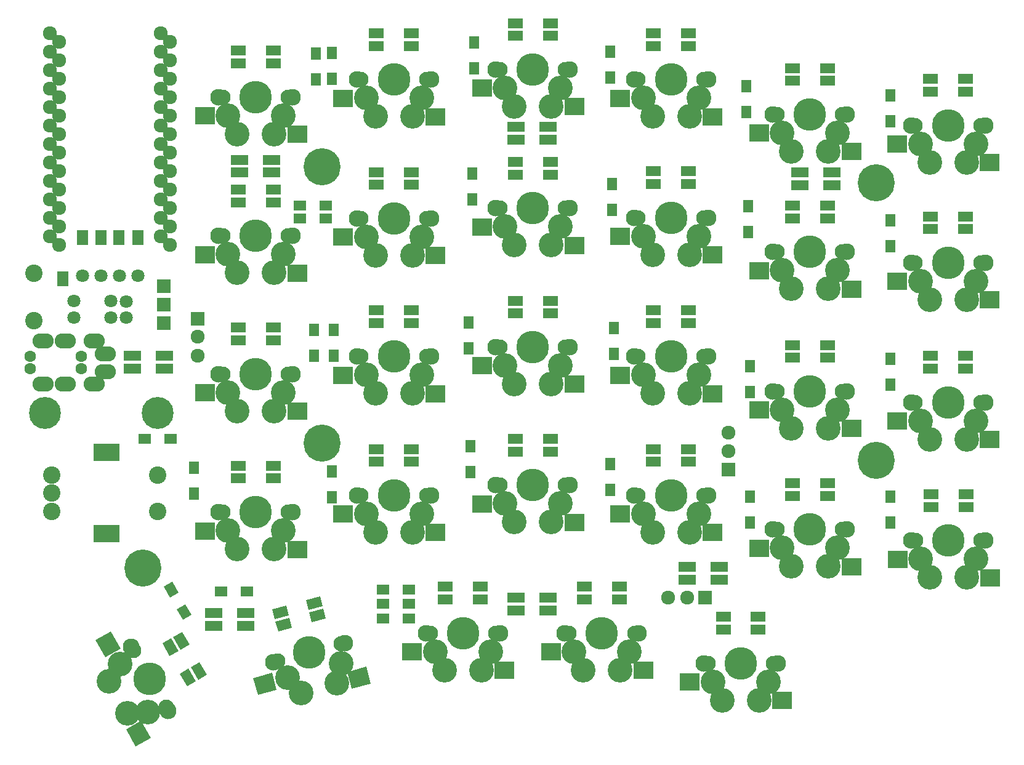
<source format=gts>
G04 #@! TF.GenerationSoftware,KiCad,Pcbnew,(5.1.6)-1*
G04 #@! TF.CreationDate,2020-10-02T00:10:23+10:00*
G04 #@! TF.ProjectId,SofleKeyboard,536f666c-654b-4657-9962-6f6172642e6b,rev?*
G04 #@! TF.SameCoordinates,Original*
G04 #@! TF.FileFunction,Soldermask,Top*
G04 #@! TF.FilePolarity,Negative*
%FSLAX46Y46*%
G04 Gerber Fmt 4.6, Leading zero omitted, Abs format (unit mm)*
G04 Created by KiCad (PCBNEW (5.1.6)-1) date 2020-10-02 00:10:23*
%MOMM*%
%LPD*%
G01*
G04 APERTURE LIST*
%ADD10R,2.400000X1.400000*%
%ADD11C,2.300000*%
%ADD12C,3.400000*%
%ADD13C,2.100000*%
%ADD14R,2.700000X2.400000*%
%ADD15C,4.500000*%
%ADD16R,2.000000X1.400000*%
%ADD17R,1.700000X1.350000*%
%ADD18C,0.100000*%
%ADD19R,1.350000X1.700000*%
%ADD20C,1.924000*%
%ADD21R,1.924000X1.924000*%
%ADD22C,4.400000*%
%ADD23C,1.797000*%
%ADD24R,1.543000X1.035000*%
%ADD25C,2.400000*%
%ADD26C,5.100000*%
%ADD27R,3.600000X2.400000*%
%ADD28C,1.600000*%
%ADD29O,2.900000X2.100000*%
G04 APERTURE END LIST*
D10*
X114750000Y-122750000D03*
X114750000Y-121000000D03*
X119150000Y-122750000D03*
X119150000Y-121000000D03*
D11*
X220780000Y-53900000D03*
D12*
X211890000Y-56440001D03*
D11*
X210620000Y-53900000D03*
D13*
X211200000Y-53900000D03*
D12*
X218240000Y-58980000D03*
D14*
X221400000Y-59020000D03*
X208700000Y-56480000D03*
D13*
X220200000Y-53900000D03*
D12*
X219510000Y-56440000D03*
D15*
X215700000Y-53900000D03*
D12*
X213160000Y-58980000D03*
D16*
X213300000Y-47525000D03*
X213300000Y-49275000D03*
X218100000Y-47525000D03*
X218100000Y-49275000D03*
D11*
X201780000Y-109500000D03*
D12*
X192890000Y-112040001D03*
D11*
X191620000Y-109500000D03*
D13*
X192200000Y-109500000D03*
D12*
X199240000Y-114580000D03*
D14*
X202400000Y-114620000D03*
X189700000Y-112080000D03*
D13*
X201200000Y-109500000D03*
D12*
X200510000Y-112040000D03*
D15*
X196700000Y-109500000D03*
D12*
X194160000Y-114580000D03*
D16*
X194300000Y-103125000D03*
X194300000Y-104875000D03*
X199100000Y-103125000D03*
X199100000Y-104875000D03*
D11*
X220780000Y-72800000D03*
D12*
X211890000Y-75340001D03*
D11*
X210620000Y-72800000D03*
D13*
X211200000Y-72800000D03*
D12*
X218240000Y-77880000D03*
D14*
X221400000Y-77920000D03*
X208700000Y-75380000D03*
D13*
X220200000Y-72800000D03*
D12*
X219510000Y-75340000D03*
D15*
X215700000Y-72800000D03*
D12*
X213160000Y-77880000D03*
D16*
X213300000Y-66425000D03*
X213300000Y-68175000D03*
X218100000Y-66425000D03*
X218100000Y-68175000D03*
D11*
X201780000Y-71300000D03*
D12*
X192890000Y-73840001D03*
D11*
X191620000Y-71300000D03*
D13*
X192200000Y-71300000D03*
D12*
X199240000Y-76380000D03*
D14*
X202400000Y-76420000D03*
X189700000Y-73880000D03*
D13*
X201200000Y-71300000D03*
D12*
X200510000Y-73840000D03*
D15*
X196700000Y-71300000D03*
D12*
X194160000Y-76380000D03*
D16*
X194300000Y-64925000D03*
X194300000Y-66675000D03*
X199100000Y-64925000D03*
X199100000Y-66675000D03*
D11*
X201780000Y-90500000D03*
D12*
X192890000Y-93040001D03*
D11*
X191620000Y-90500000D03*
D13*
X192200000Y-90500000D03*
D12*
X199240000Y-95580000D03*
D14*
X202400000Y-95620000D03*
X189700000Y-93080000D03*
D13*
X201200000Y-90500000D03*
D12*
X200510000Y-93040000D03*
D15*
X196700000Y-90500000D03*
D12*
X194160000Y-95580000D03*
D16*
X194300000Y-84125000D03*
X194300000Y-85875000D03*
X199100000Y-84125000D03*
X199100000Y-85875000D03*
D11*
X144580000Y-47600000D03*
D12*
X135690000Y-50140001D03*
D11*
X134420000Y-47600000D03*
D13*
X135000000Y-47600000D03*
D12*
X142040000Y-52680000D03*
D14*
X145200000Y-52720000D03*
X132500000Y-50180000D03*
D13*
X144000000Y-47600000D03*
D12*
X143310000Y-50140000D03*
D15*
X139500000Y-47600000D03*
D12*
X136960000Y-52680000D03*
D16*
X137100000Y-41225000D03*
X137100000Y-42975000D03*
X141900000Y-41225000D03*
X141900000Y-42975000D03*
D17*
X138000000Y-117750000D03*
X141550000Y-117750000D03*
X138000000Y-119750000D03*
X141550000Y-119750000D03*
X138000000Y-121750000D03*
X141550000Y-121750000D03*
X115725000Y-118000000D03*
X119275000Y-118000000D03*
D18*
G36*
X107902933Y-117364183D02*
G01*
X109072067Y-116689183D01*
X109922067Y-118161427D01*
X108752933Y-118836427D01*
X107902933Y-117364183D01*
G37*
G36*
X109677933Y-120438573D02*
G01*
X110847067Y-119763573D01*
X111697067Y-121235817D01*
X110527933Y-121910817D01*
X109677933Y-120438573D01*
G37*
D17*
X105225000Y-97000000D03*
X108775000Y-97000000D03*
D19*
X207750000Y-104975000D03*
X207750000Y-108525000D03*
X188500000Y-104975000D03*
X188500000Y-108525000D03*
X169250000Y-100475000D03*
X169250000Y-104025000D03*
X150000000Y-98000000D03*
X150000000Y-101550000D03*
X131000000Y-101500000D03*
X131000000Y-105050000D03*
X112000000Y-100975000D03*
X112000000Y-104525000D03*
X207750000Y-86000000D03*
X207750000Y-89550000D03*
X188500000Y-87000000D03*
X188500000Y-90550000D03*
X169725000Y-81750000D03*
X169725000Y-85300000D03*
X149750000Y-81000000D03*
X149750000Y-84550000D03*
X131250000Y-82000000D03*
X131250000Y-85550000D03*
X128500000Y-82000000D03*
X128500000Y-85550000D03*
X207750000Y-67000000D03*
X207750000Y-70550000D03*
X188250000Y-65000000D03*
X188250000Y-68550000D03*
X169500000Y-61975000D03*
X169500000Y-65525000D03*
X150250000Y-60500000D03*
X150250000Y-64050000D03*
D17*
X126600000Y-64900000D03*
X130150000Y-64900000D03*
X126550000Y-66750000D03*
X130100000Y-66750000D03*
D19*
X207750000Y-49750000D03*
X207750000Y-53300000D03*
X188000000Y-48475000D03*
X188000000Y-52025000D03*
X169250000Y-43750000D03*
X169250000Y-47300000D03*
X150500000Y-42475000D03*
X150500000Y-46025000D03*
X131000000Y-43975000D03*
X131000000Y-47525000D03*
X128750000Y-44000000D03*
X128750000Y-47550000D03*
D11*
X192280000Y-127900000D03*
D12*
X183390000Y-130440001D03*
D11*
X182120000Y-127900000D03*
D13*
X182700000Y-127900000D03*
D12*
X189740000Y-132980000D03*
D14*
X192900000Y-133020000D03*
X180200000Y-130480000D03*
D13*
X191700000Y-127900000D03*
D12*
X191010000Y-130440000D03*
D15*
X187200000Y-127900000D03*
D12*
X184660000Y-132980000D03*
D16*
X184800000Y-121525000D03*
X184800000Y-123275000D03*
X189600000Y-121525000D03*
X189600000Y-123275000D03*
D11*
X173180000Y-123750000D03*
D12*
X164290000Y-126290001D03*
D11*
X163020000Y-123750000D03*
D13*
X163600000Y-123750000D03*
D12*
X170640000Y-128830000D03*
D14*
X173800000Y-128870000D03*
X161100000Y-126330000D03*
D13*
X172600000Y-123750000D03*
D12*
X171910000Y-126290000D03*
D15*
X168100000Y-123750000D03*
D12*
X165560000Y-128830000D03*
D16*
X165700000Y-117375000D03*
X165700000Y-119125000D03*
X170500000Y-117375000D03*
X170500000Y-119125000D03*
D11*
X154080000Y-123750000D03*
D12*
X145190000Y-126290001D03*
D11*
X143920000Y-123750000D03*
D13*
X144500000Y-123750000D03*
D12*
X151540000Y-128830000D03*
D14*
X154700000Y-128870000D03*
X142000000Y-126330000D03*
D13*
X153500000Y-123750000D03*
D12*
X152810000Y-126290000D03*
D15*
X149000000Y-123750000D03*
D12*
X146460000Y-128830000D03*
D16*
X146600000Y-117375000D03*
X146600000Y-119125000D03*
X151400000Y-117375000D03*
X151400000Y-119125000D03*
D11*
X132786903Y-125105199D03*
D12*
X124857223Y-129859553D03*
D11*
X122973097Y-127734801D03*
D13*
X123533334Y-127584686D03*
D12*
X131648252Y-130669503D03*
D18*
G36*
X133717514Y-131398789D02*
G01*
X133096348Y-129080567D01*
X135704348Y-128381755D01*
X136325514Y-130699977D01*
X133717514Y-131398789D01*
G37*
G36*
X120792855Y-132232339D02*
G01*
X120171689Y-129914117D01*
X122779689Y-129215305D01*
X123400855Y-131533527D01*
X120792855Y-132232339D01*
G37*
D13*
X132226666Y-125255314D03*
D12*
X132217578Y-127887351D03*
D15*
X127880000Y-126420000D03*
D12*
X126741349Y-131984304D03*
D18*
G36*
X124696559Y-119948422D02*
G01*
X125058906Y-121300718D01*
X123127055Y-121818356D01*
X122764708Y-120466060D01*
X124696559Y-119948422D01*
G37*
G36*
X125149492Y-121638792D02*
G01*
X125511839Y-122991088D01*
X123579988Y-123508726D01*
X123217641Y-122156430D01*
X125149492Y-121638792D01*
G37*
G36*
X129333003Y-118706090D02*
G01*
X129695350Y-120058386D01*
X127763499Y-120576024D01*
X127401152Y-119223728D01*
X129333003Y-118706090D01*
G37*
G36*
X129785936Y-120396460D02*
G01*
X130148283Y-121748756D01*
X128216432Y-122266394D01*
X127854085Y-120914098D01*
X129785936Y-120396460D01*
G37*
D11*
X108500000Y-134469409D03*
D12*
X101855295Y-128040444D03*
D11*
X103420000Y-125670591D03*
D13*
X103710000Y-126172886D03*
D12*
X102830591Y-134809705D03*
D18*
G36*
X102661720Y-136997211D02*
G01*
X104740180Y-135797211D01*
X106090180Y-138135479D01*
X104011720Y-139335479D01*
X102661720Y-136997211D01*
G37*
G36*
X98511424Y-124728688D02*
G01*
X100589884Y-123528688D01*
X101939884Y-125866956D01*
X99861424Y-127066956D01*
X98511424Y-124728688D01*
G37*
D13*
X108210000Y-133967114D03*
D12*
X105665295Y-134639557D03*
D15*
X105960000Y-130070000D03*
D12*
X100290591Y-130410295D03*
D18*
G36*
X111387130Y-125320064D02*
G01*
X110174694Y-126020064D01*
X109174694Y-124288014D01*
X110387130Y-123588014D01*
X111387130Y-125320064D01*
G37*
G36*
X109871585Y-126195064D02*
G01*
X108659149Y-126895064D01*
X107659149Y-125163014D01*
X108871585Y-124463014D01*
X109871585Y-126195064D01*
G37*
G36*
X113787130Y-129476986D02*
G01*
X112574694Y-130176986D01*
X111574694Y-128444936D01*
X112787130Y-127744936D01*
X113787130Y-129476986D01*
G37*
G36*
X112271585Y-130351986D02*
G01*
X111059149Y-131051986D01*
X110059149Y-129319936D01*
X111271585Y-128619936D01*
X112271585Y-130351986D01*
G37*
D11*
X220830000Y-111000000D03*
D12*
X211940000Y-113540001D03*
D11*
X210670000Y-111000000D03*
D13*
X211250000Y-111000000D03*
D12*
X218290000Y-116080000D03*
D14*
X221450000Y-116120000D03*
X208750000Y-113580000D03*
D13*
X220250000Y-111000000D03*
D12*
X219560000Y-113540000D03*
D15*
X215750000Y-111000000D03*
D12*
X213210000Y-116080000D03*
D16*
X213350000Y-104625000D03*
X213350000Y-106375000D03*
X218150000Y-104625000D03*
X218150000Y-106375000D03*
D11*
X182680000Y-104800000D03*
D12*
X173790000Y-107340001D03*
D11*
X172520000Y-104800000D03*
D13*
X173100000Y-104800000D03*
D12*
X180140000Y-109880000D03*
D14*
X183300000Y-109920000D03*
X170600000Y-107380000D03*
D13*
X182100000Y-104800000D03*
D12*
X181410000Y-107340000D03*
D15*
X177600000Y-104800000D03*
D12*
X175060000Y-109880000D03*
D16*
X175200000Y-98425000D03*
X175200000Y-100175000D03*
X180000000Y-98425000D03*
X180000000Y-100175000D03*
D11*
X163680000Y-103400000D03*
D12*
X154790000Y-105940001D03*
D11*
X153520000Y-103400000D03*
D13*
X154100000Y-103400000D03*
D12*
X161140000Y-108480000D03*
D14*
X164300000Y-108520000D03*
X151600000Y-105980000D03*
D13*
X163100000Y-103400000D03*
D12*
X162410000Y-105940000D03*
D15*
X158600000Y-103400000D03*
D12*
X156060000Y-108480000D03*
D16*
X156200000Y-97025000D03*
X156200000Y-98775000D03*
X161000000Y-97025000D03*
X161000000Y-98775000D03*
D11*
X144580000Y-104800000D03*
D12*
X135690000Y-107340001D03*
D11*
X134420000Y-104800000D03*
D13*
X135000000Y-104800000D03*
D12*
X142040000Y-109880000D03*
D14*
X145200000Y-109920000D03*
X132500000Y-107380000D03*
D13*
X144000000Y-104800000D03*
D12*
X143310000Y-107340000D03*
D15*
X139500000Y-104800000D03*
D12*
X136960000Y-109880000D03*
D16*
X137100000Y-98425000D03*
X137100000Y-100175000D03*
X141900000Y-98425000D03*
X141900000Y-100175000D03*
D11*
X125580000Y-107100000D03*
D12*
X116690000Y-109640001D03*
D11*
X115420000Y-107100000D03*
D13*
X116000000Y-107100000D03*
D12*
X123040000Y-112180000D03*
D14*
X126200000Y-112220000D03*
X113500000Y-109680000D03*
D13*
X125000000Y-107100000D03*
D12*
X124310000Y-109640000D03*
D15*
X120500000Y-107100000D03*
D12*
X117960000Y-112180000D03*
D16*
X118100000Y-100725000D03*
X118100000Y-102475000D03*
X122900000Y-100725000D03*
X122900000Y-102475000D03*
D11*
X220780000Y-92000000D03*
D12*
X211890000Y-94540001D03*
D11*
X210620000Y-92000000D03*
D13*
X211200000Y-92000000D03*
D12*
X218240000Y-97080000D03*
D14*
X221400000Y-97120000D03*
X208700000Y-94580000D03*
D13*
X220200000Y-92000000D03*
D12*
X219510000Y-94540000D03*
D15*
X215700000Y-92000000D03*
D12*
X213160000Y-97080000D03*
D16*
X213300000Y-85625000D03*
X213300000Y-87375000D03*
X218100000Y-85625000D03*
X218100000Y-87375000D03*
D11*
X182680000Y-85700000D03*
D12*
X173790000Y-88240001D03*
D11*
X172520000Y-85700000D03*
D13*
X173100000Y-85700000D03*
D12*
X180140000Y-90780000D03*
D14*
X183300000Y-90820000D03*
X170600000Y-88280000D03*
D13*
X182100000Y-85700000D03*
D12*
X181410000Y-88240000D03*
D15*
X177600000Y-85700000D03*
D12*
X175060000Y-90780000D03*
D16*
X175200000Y-79325000D03*
X175200000Y-81075000D03*
X180000000Y-79325000D03*
X180000000Y-81075000D03*
D11*
X163680000Y-84400000D03*
D12*
X154790000Y-86940001D03*
D11*
X153520000Y-84400000D03*
D13*
X154100000Y-84400000D03*
D12*
X161140000Y-89480000D03*
D14*
X164300000Y-89520000D03*
X151600000Y-86980000D03*
D13*
X163100000Y-84400000D03*
D12*
X162410000Y-86940000D03*
D15*
X158600000Y-84400000D03*
D12*
X156060000Y-89480000D03*
D16*
X156200000Y-78025000D03*
X156200000Y-79775000D03*
X161000000Y-78025000D03*
X161000000Y-79775000D03*
D11*
X144580000Y-85700000D03*
D12*
X135690000Y-88240001D03*
D11*
X134420000Y-85700000D03*
D13*
X135000000Y-85700000D03*
D12*
X142040000Y-90780000D03*
D14*
X145200000Y-90820000D03*
X132500000Y-88280000D03*
D13*
X144000000Y-85700000D03*
D12*
X143310000Y-88240000D03*
D15*
X139500000Y-85700000D03*
D12*
X136960000Y-90780000D03*
D16*
X137100000Y-79325000D03*
X137100000Y-81075000D03*
X141900000Y-79325000D03*
X141900000Y-81075000D03*
D11*
X125580000Y-88100000D03*
D12*
X116690000Y-90640001D03*
D11*
X115420000Y-88100000D03*
D13*
X116000000Y-88100000D03*
D12*
X123040000Y-93180000D03*
D14*
X126200000Y-93220000D03*
X113500000Y-90680000D03*
D13*
X125000000Y-88100000D03*
D12*
X124310000Y-90640000D03*
D15*
X120500000Y-88100000D03*
D12*
X117960000Y-93180000D03*
D16*
X118100000Y-81725000D03*
X118100000Y-83475000D03*
X122900000Y-81725000D03*
X122900000Y-83475000D03*
D11*
X182680000Y-66600000D03*
D12*
X173790000Y-69140001D03*
D11*
X172520000Y-66600000D03*
D13*
X173100000Y-66600000D03*
D12*
X180140000Y-71680000D03*
D14*
X183300000Y-71720000D03*
X170600000Y-69180000D03*
D13*
X182100000Y-66600000D03*
D12*
X181410000Y-69140000D03*
D15*
X177600000Y-66600000D03*
D12*
X175060000Y-71680000D03*
D16*
X175200000Y-60225000D03*
X175200000Y-61975000D03*
X180000000Y-60225000D03*
X180000000Y-61975000D03*
D11*
X163680000Y-65300000D03*
D12*
X154790000Y-67840001D03*
D11*
X153520000Y-65300000D03*
D13*
X154100000Y-65300000D03*
D12*
X161140000Y-70380000D03*
D14*
X164300000Y-70420000D03*
X151600000Y-67880000D03*
D13*
X163100000Y-65300000D03*
D12*
X162410000Y-67840000D03*
D15*
X158600000Y-65300000D03*
D12*
X156060000Y-70380000D03*
D16*
X156200000Y-58925000D03*
X156200000Y-60675000D03*
X161000000Y-58925000D03*
X161000000Y-60675000D03*
D11*
X144580000Y-66700000D03*
D12*
X135690000Y-69240001D03*
D11*
X134420000Y-66700000D03*
D13*
X135000000Y-66700000D03*
D12*
X142040000Y-71780000D03*
D14*
X145200000Y-71820000D03*
X132500000Y-69280000D03*
D13*
X144000000Y-66700000D03*
D12*
X143310000Y-69240000D03*
D15*
X139500000Y-66700000D03*
D12*
X136960000Y-71780000D03*
D16*
X137100000Y-60325000D03*
X137100000Y-62075000D03*
X141900000Y-60325000D03*
X141900000Y-62075000D03*
D11*
X125580000Y-69100000D03*
D12*
X116690000Y-71640001D03*
D11*
X115420000Y-69100000D03*
D13*
X116000000Y-69100000D03*
D12*
X123040000Y-74180000D03*
D14*
X126200000Y-74220000D03*
X113500000Y-71680000D03*
D13*
X125000000Y-69100000D03*
D12*
X124310000Y-71640000D03*
D15*
X120500000Y-69100000D03*
D12*
X117960000Y-74180000D03*
D16*
X118100000Y-62725000D03*
X118100000Y-64475000D03*
X122900000Y-62725000D03*
X122900000Y-64475000D03*
D11*
X201780000Y-52400000D03*
D12*
X192890000Y-54940001D03*
D11*
X191620000Y-52400000D03*
D13*
X192200000Y-52400000D03*
D12*
X199240000Y-57480000D03*
D14*
X202400000Y-57520000D03*
X189700000Y-54980000D03*
D13*
X201200000Y-52400000D03*
D12*
X200510000Y-54940000D03*
D15*
X196700000Y-52400000D03*
D12*
X194160000Y-57480000D03*
D16*
X194300000Y-46025000D03*
X194300000Y-47775000D03*
X199100000Y-46025000D03*
X199100000Y-47775000D03*
D11*
X182680000Y-47600000D03*
D12*
X173790000Y-50140001D03*
D11*
X172520000Y-47600000D03*
D13*
X173100000Y-47600000D03*
D12*
X180140000Y-52680000D03*
D14*
X183300000Y-52720000D03*
X170600000Y-50180000D03*
D13*
X182100000Y-47600000D03*
D12*
X181410000Y-50140000D03*
D15*
X177600000Y-47600000D03*
D12*
X175060000Y-52680000D03*
D16*
X175200000Y-41225000D03*
X175200000Y-42975000D03*
X180000000Y-41225000D03*
X180000000Y-42975000D03*
D11*
X163680000Y-46210000D03*
D12*
X154790000Y-48750001D03*
D11*
X153520000Y-46210000D03*
D13*
X154100000Y-46210000D03*
D12*
X161140000Y-51290000D03*
D14*
X164300000Y-51330000D03*
X151600000Y-48790000D03*
D13*
X163100000Y-46210000D03*
D12*
X162410000Y-48750000D03*
D15*
X158600000Y-46210000D03*
D12*
X156060000Y-51290000D03*
D16*
X156200000Y-39835000D03*
X156200000Y-41585000D03*
X161000000Y-39835000D03*
X161000000Y-41585000D03*
D11*
X125580000Y-50000000D03*
D12*
X116690000Y-52540001D03*
D11*
X115420000Y-50000000D03*
D13*
X116000000Y-50000000D03*
D12*
X123040000Y-55080000D03*
D14*
X126200000Y-55120000D03*
X113500000Y-52580000D03*
D13*
X125000000Y-50000000D03*
D12*
X124310000Y-52540000D03*
D15*
X120500000Y-50000000D03*
D12*
X117960000Y-55080000D03*
D16*
X118100000Y-43625000D03*
X118100000Y-45375000D03*
X122900000Y-43625000D03*
X122900000Y-45375000D03*
D20*
X112500000Y-85600000D03*
X112500000Y-83000000D03*
D21*
X112500000Y-80500000D03*
D20*
X177200000Y-118850000D03*
X179800000Y-118850000D03*
D21*
X182300000Y-118850000D03*
D20*
X185500000Y-96150000D03*
X185500000Y-98750000D03*
D21*
X185500000Y-101250000D03*
D10*
X103550000Y-87375000D03*
X103550000Y-85625000D03*
X107950000Y-87375000D03*
X107950000Y-85625000D03*
X179800000Y-116375000D03*
X179800000Y-114625000D03*
X184200000Y-116375000D03*
X184200000Y-114625000D03*
X156300000Y-120625000D03*
X156300000Y-118875000D03*
X160700000Y-120625000D03*
X160700000Y-118875000D03*
X199700000Y-60375000D03*
X199700000Y-62125000D03*
X195300000Y-60375000D03*
X195300000Y-62125000D03*
X156300000Y-55875000D03*
X156300000Y-54125000D03*
X160700000Y-55875000D03*
X160700000Y-54125000D03*
X122700000Y-58625000D03*
X122700000Y-60375000D03*
X118300000Y-58625000D03*
X118300000Y-60375000D03*
D20*
X93478815Y-47505745D03*
X108718815Y-65285745D03*
X93478815Y-57665745D03*
X108718815Y-55125745D03*
X108718815Y-50045745D03*
X93478815Y-67825745D03*
X108718815Y-47505745D03*
X108718815Y-42425745D03*
X93478815Y-62745745D03*
X108718815Y-70365745D03*
X93478815Y-55125745D03*
X93478815Y-44965745D03*
X93478815Y-50045745D03*
X93478815Y-52585745D03*
X93478815Y-65285745D03*
X93478815Y-60205745D03*
X108718815Y-62745745D03*
X108718815Y-60205745D03*
X93478815Y-70365745D03*
X108718815Y-67825745D03*
X108718815Y-44965745D03*
X93478815Y-42425745D03*
X108718815Y-57665745D03*
X108718815Y-52585745D03*
X92180000Y-41230000D03*
X92180000Y-43770000D03*
X92180000Y-46310000D03*
X92180000Y-48850000D03*
X92180000Y-51390000D03*
X92180000Y-53930000D03*
X92180000Y-56470000D03*
X92180000Y-59010000D03*
X92180000Y-61550000D03*
X92180000Y-64090000D03*
X92180000Y-66630000D03*
X92180000Y-69170000D03*
X107420000Y-69170000D03*
X107420000Y-66630000D03*
X107420000Y-64090000D03*
X107420000Y-61550000D03*
X107420000Y-59010000D03*
X107420000Y-56470000D03*
X107420000Y-53930000D03*
X107420000Y-51390000D03*
X107420000Y-48850000D03*
X107420000Y-46310000D03*
X107420000Y-43770000D03*
X107420000Y-41230000D03*
D22*
X107000000Y-93500000D03*
X91500000Y-93500000D03*
D23*
X104320000Y-74600000D03*
X101780000Y-74600000D03*
X99240000Y-74600000D03*
X96700000Y-74600000D03*
D24*
X94000000Y-74499620D03*
X94000000Y-75500380D03*
D25*
X90000000Y-80750000D03*
X90000000Y-74250000D03*
D24*
X96700000Y-68799620D03*
X96700000Y-69800380D03*
X99200000Y-68799620D03*
X99200000Y-69800380D03*
X101700000Y-68799620D03*
X101700000Y-69800380D03*
X104300000Y-68799620D03*
X104300000Y-69800380D03*
D23*
X100579272Y-80311965D03*
X95499272Y-80311965D03*
X100579272Y-78061965D03*
X95499272Y-78061965D03*
X102700000Y-78100000D03*
X102700000Y-80300000D03*
D26*
X205800000Y-100000000D03*
X129600000Y-97600000D03*
X129600000Y-59600000D03*
D25*
X107000000Y-107000000D03*
X107000000Y-102000000D03*
D27*
X100000000Y-110100000D03*
X100000000Y-98900000D03*
D25*
X92500000Y-107000000D03*
X92500000Y-104500000D03*
X92500000Y-102000000D03*
D26*
X105000000Y-114800000D03*
X205800000Y-61800000D03*
D21*
X107900000Y-81100000D03*
X107900000Y-78600000D03*
X107900000Y-76000000D03*
D28*
X96500000Y-87400000D03*
X89500000Y-87400000D03*
D29*
X98300000Y-89500000D03*
X99800000Y-85300000D03*
X91300000Y-89500000D03*
X94300000Y-89500000D03*
D28*
X89500000Y-85650000D03*
X96500000Y-85650000D03*
D29*
X91300000Y-83550000D03*
X94300000Y-83550000D03*
X98300000Y-83550000D03*
X99800000Y-87750000D03*
M02*

</source>
